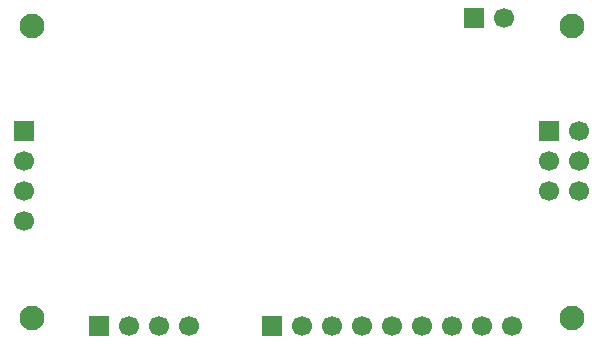
<source format=gbs>
%TF.GenerationSoftware,KiCad,Pcbnew,9.0.6-9.0.6~ubuntu24.04.1*%
%TF.CreationDate,2025-12-02T23:55:24-06:00*%
%TF.ProjectId,mcu_datalogger,6d63755f-6461-4746-916c-6f676765722e,v1*%
%TF.SameCoordinates,Original*%
%TF.FileFunction,Soldermask,Bot*%
%TF.FilePolarity,Negative*%
%FSLAX46Y46*%
G04 Gerber Fmt 4.6, Leading zero omitted, Abs format (unit mm)*
G04 Created by KiCad (PCBNEW 9.0.6-9.0.6~ubuntu24.04.1) date 2025-12-02 23:55:24*
%MOMM*%
%LPD*%
G01*
G04 APERTURE LIST*
%ADD10R,1.700000X1.700000*%
%ADD11C,1.700000*%
%ADD12C,2.100000*%
G04 APERTURE END LIST*
D10*
%TO.C,BT1*%
X103505000Y-46990000D03*
D11*
X106045000Y-46990000D03*
%TD*%
D10*
%TO.C,J4*%
X109855000Y-56515000D03*
D11*
X112395000Y-56515000D03*
X109855000Y-59055000D03*
X112395000Y-59055000D03*
X109855000Y-61595000D03*
X112395000Y-61595000D03*
%TD*%
D10*
%TO.C,J3*%
X86360000Y-73025000D03*
D11*
X88900000Y-73025000D03*
X91440000Y-73025000D03*
X93980000Y-73025000D03*
X96520000Y-73025000D03*
X99060000Y-73025000D03*
X101600000Y-73025000D03*
X104140000Y-73025000D03*
X106680000Y-73025000D03*
%TD*%
D12*
%TO.C,H2*%
X66040000Y-47625000D03*
%TD*%
%TO.C,H3*%
X111760000Y-47625000D03*
%TD*%
%TO.C,H1*%
X66040000Y-72390000D03*
%TD*%
D10*
%TO.C,J2*%
X71755000Y-73025000D03*
D11*
X74295000Y-73025000D03*
X76835000Y-73025000D03*
X79375000Y-73025000D03*
%TD*%
D12*
%TO.C,H4*%
X111760000Y-72390000D03*
%TD*%
D10*
%TO.C,J1*%
X65405000Y-56515000D03*
D11*
X65405000Y-59055000D03*
X65405000Y-61595000D03*
X65405000Y-64135000D03*
%TD*%
M02*

</source>
